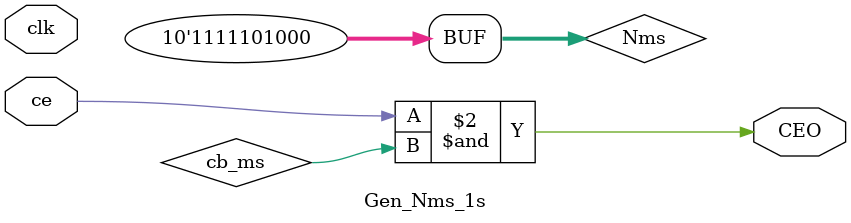
<source format=v>
module Gen_Nms_1s(
	input clk,	output wire CEO,
	input ce
);
parameter F1kHz = 1000;
reg[9:0]cb_Nms = 0;
wire[9:0]Nms = F1kHz;
 
assign CEO = ce & (cb_ms==1);
always @(posedge clk) if (ce) begin
	cb_Nms <= (cb_ms==1)? Nms : cb_Nms-1 ;
end
endmodule
</source>
